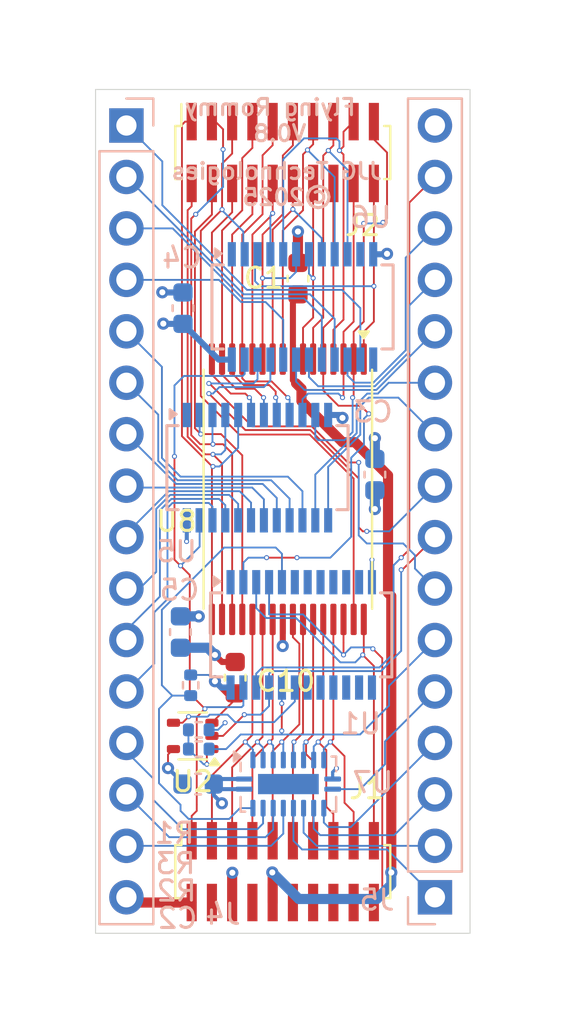
<source format=kicad_pcb>
(kicad_pcb (version 20240108) (generator "pcbnew") (generator_version "8.0")
  (layers (0 "F.Cu" signal) (1 "In1.Cu" signal) (2 "In2.Cu" signal) (31 "B.Cu" signal) (34 "B.Paste" user) (35 "F.Paste" user) (36 "B.SilkS" user "B.Silkscreen") (37 "F.SilkS" user "F.Silkscreen") (38 "B.Mask" user) (39 "F.Mask" user) (44 "Edge.Cuts" user))
  (net 0 "")
  (net 5 "/A2")
  (net 6 "/A0")
  (net 7 "/A5")
  (net 8 "/A9")
  (net 9 "/A11")
  (net 10 "/A8")
  (net 11 "/A7")
  (net 12 "/A3")
  (net 13 "/A13")
  (net 14 "/A4")
  (net 15 "/A6")
  (net 16 "/A10")
  (net 17 "/A1")
  (net 18 "/A12")
  (net 19 "/A18")
  (net 20 "/A14")
  (net 21 "/A16")
  (net 22 "/A15")
  (net 23 "/A17")
  (net 24 "/D5")
  (net 25 "/D7")
  (net 26 "/D3")
  (net 27 "/D1")
  (net 28 "/D0")
  (net 29 "/D6")
  (net 30 "/D4")
  (net 31 "/D2")
  (net 32 "/~{CE}")
  (net 33 "/~{FL_WE}")
  (net 34 "/~{OE}")
  (net 48 "/3v3-A10")
  (net 49 "/3v3-A5")
  (net 50 "/3v3-A3")
  (net 51 "/3v3-A14")
  (net 52 "/3v3-A8")
  (net 53 "/3v3-A18")
  (net 54 "/3v3-A12")
  (net 55 "/3v3-A16")
  (net 56 "/3v3-A17")
  (net 57 "/3v3-A0")
  (net 58 "/3v3-A4")
  (net 59 "/3v3-A11")
  (net 60 "/3v3-A15")
  (net 61 "/3v3-A7")
  (net 62 "/3v3-A9")
  (net 63 "/3v3-A6")
  (net 64 "/3v3-A13")
  (net 65 "/3v3-A1")
  (net 66 "/3v3-A2")
  (net 67 "/~{3v3-BusConnect}")
  (net 68 "/~{3v3-OE}")
  (net 69 "/3v3-D7")
  (net 70 "/3v3-D3")
  (net 71 "/3v3-D4")
  (net 72 "/3v3-D0")
  (net 73 "/~{3v3-FL_WE}")
  (net 74 "/3v3-D6")
  (net 75 "/3v3-D2")
  (net 76 "/~{3v3-CE}")
  (net 77 "/3v3-D1")
  (net 78 "/3v3-D5")
  (net 80 "/3v3")
  (net 81 "/5v")
  (net 82 "/GND")
  (net 88 "unconnected-(J1-Pin_4-Pad4)")
  (net 89 "Net-(R2-Pad1)")
  (net 90 "Net-(U1-A4)")
  (net 91 "Net-(U1-B4)")
  (footprint "JJGTechnologies_Footprint_Library:PinSocket_2x10_P1.00mm_Vertical_SMD" (layer "F.Cu") (at 152.25 120.4 90)
    (property "Reference" "J1")
    (property "Value" "Conn_01x20_Socket")
  )
  (footprint "JJGTechnologies_Footprint_Library:PinSocket_2x10_P1.00mm_Vertical_SMD" (layer "F.Cu") (at 152.25 84.9 90)
    (property "Reference" "J2")
    (property "Value" "Conn_01x20_Socket")
  )
  (footprint "Package_TO_SOT_SMD:SOT-353_SC-70-5" (layer "F.Cu") (at 147.8 113.7 180)
    (property "Reference" "U2")
    (property "Value" "74AHC1G32")
  )
  (footprint "Capacitor_SMD:C_0603_1608Metric" (layer "F.Cu") (at 153 91.125 90)
    (property "Reference" "C1")
    (property "Value" "100n")
  )
  (footprint "Capacitor_SMD:C_0603_1608Metric" (layer "F.Cu") (at 149.9 110.825 -90)
    (property "Reference" "C10")
    (property "Value" "100n")
  )
  (footprint "Package_SO:TSOP-I-32_11.8x8mm_P0.5mm" (layer "F.Cu") (at 152.5004 101.5226 -90)
    (property "Reference" "U8")
    (property "Value" "IS62WV5128EBLL-45HLI")
  )
  (footprint "Resistor_SMD:R_0402_1005Metric" (layer "B.Cu") (at 148.1 113.4)
    (property "Reference" "R3")
    (property "Value" "DNP")
  )
  (footprint "Package_SO:SSOP-24_3.9x8.7mm_P0.635mm" (layer "B.Cu") (at 153.2255 92.523 -90)
    (property "Reference" "U6")
    (property "Value" "74CBTD3861")
  )
  (footprint "Resistor_SMD:R_0402_1005Metric" (layer "B.Cu") (at 148.1 114.35)
    (property "Reference" "R2")
    (property "Value" "0ohm")
  )
  (footprint "Capacitor_SMD:C_0603_1608Metric" (layer "B.Cu") (at 148.069 116.078 180)
    (property "Reference" "C2")
    (property "Value" "100n")
  )
  (footprint "Package_SO:SSOP-24_3.9x8.7mm_P0.635mm" (layer "B.Cu") (at 151 100.457 -90)
    (property "Reference" "U5")
    (property "Value" "74CBTD3861")
  )
  (footprint "Connector_PinHeader_2.54mm:PinHeader_1x16_P2.54mm_Vertical" (layer "B.Cu") (at 159.766 121.666)
    (property "Reference" "J5")
    (property "Value" "Conn_01x16_Pin")
  )
  (footprint "Package_DFN_QFN:DHVQFN-20-1EP_2.5x4.5mm_P0.5mm_EP1x3mm" (layer "B.Cu") (at 152.527 116.078 -90)
    (property "Reference" "U7")
    (property "Value" "74VHCT245")
  )
  (footprint "Package_SO:SSOP-24_3.9x8.7mm_P0.635mm" (layer "B.Cu") (at 153.162 108.712 -90)
    (property "Reference" "U1")
    (property "Value" "74CBTD3861")
  )
  (footprint "Capacitor_SMD:C_0603_1608Metric" (layer "B.Cu") (at 147.193 108.572 -90)
    (property "Reference" "C5")
    (property "Value" "100n")
  )
  (footprint "Capacitor_SMD:C_0603_1608Metric" (layer "B.Cu") (at 156.8 100.8 90)
    (property "Reference" "C3")
    (property "Value" "100n")
  )
  (footprint "Resistor_SMD:R_0402_1005Metric" (layer "B.Cu") (at 147.7 111.2 90)
    (property "Reference" "R1")
    (property "Value" "20k")
  )
  (footprint "Capacitor_SMD:C_0603_1608Metric" (layer "B.Cu") (at 147.32 92.583 90)
    (property "Reference" "C4")
    (property "Value" "100n")
  )
  (footprint "Connector_PinHeader_2.54mm:PinHeader_1x16_P2.54mm_Vertical" (layer "B.Cu") (at 144.526 83.566 180)
    (property "Reference" "J4")
    (property "Value" "Conn_01x16_Pin")
  )
  (gr_line (start 161.5 123.444) (end 143.002 123.444) (stroke (width 0.05)) (layer "Edge.Cuts"))
  (gr_line (start 161.5 81.788) (end 161.5 123.444) (stroke (width 0.05)) (layer "Edge.Cuts"))
  (gr_line (start 143.002 81.788) (end 161.5 81.788) (stroke (width 0.05)) (layer "Edge.Cuts"))
  (gr_line (start 143.002 123.444) (end 143.002 81.788) (stroke (width 0.05)) (layer "Edge.Cuts"))
  (gr_text "Flying Rommy\n    V0.8" (at 155.930915 84.423766 0) (layer "B.SilkS") (effects (font (size 0.8 0.8) (thickness 0.15) (bold yes)) (justify left bottom mirror)))
  (gr_text "JJG Technologies \n    ©2025" (at 157.226 87.5792 0) (layer "B.SilkS") (effects (font (size 0.8 0.8)) (justify left bottom mirror)))
  (segment (start 150.0475 102.2475) (end 149.6 101.8) (width 0.09) (layer "B.Cu") (net 5))
  (segment (start 149.6 101.8) (end 146.690884 101.8) (width 0.09) (layer "B.Cu") (net 5))
  (segment (start 146.690884 101.8) (end 146 102.490884) (width 0.09) (layer "B.Cu") (net 5))
  (segment (start 146 102.490884) (end 146 105.6) (width 0.09) (layer "B.Cu") (net 5))
  (segment (start 150.0475 103.057) (end 150.0475 102.2475) (width 0.09) (layer "B.Cu") (net 5))
  (segment (start 146 105.6) (end 145.174 106.426) (width 0.09) (layer "B.Cu") (net 5))
  (segment (start 145.174 106.426) (end 144.526 106.426) (width 0.09) (layer "B.Cu") (net 5))
  (segment (start 145.9 110.132) (end 144.526 111.506) (width 0.09) (layer "B.Cu") (net 6))
  (segment (start 146.554558 102.445442) (end 146.554558 106.945442) (width 0.09) (layer "B.Cu") (net 6))
  (segment (start 148.7775 102.3775) (end 148.6 102.2) (width 0.09) (layer "B.Cu") (net 6))
  (segment (start 148.7775 103.057) (end 148.7775 102.3775) (width 0.09) (layer "B.Cu") (net 6))
  (segment (start 146.554558 106.945442) (end 145.9 107.6) (width 0.09) (layer "B.Cu") (net 6))
  (segment (start 146.8 102.2) (end 146.554558 102.445442) (width 0.09) (layer "B.Cu") (net 6))
  (segment (start 145.9 107.6) (end 145.9 110.132) (width 0.09) (layer "B.Cu") (net 6))
  (segment (start 148.6 102.2) (end 146.8 102.2) (width 0.09) (layer "B.Cu") (net 6))
  (segment (start 151.26 101.26) (end 146.98 101.26) (width 0.09) (layer "B.Cu") (net 7))
  (segment (start 146.98 101.26) (end 144.526 98.806) (width 0.09) (layer "B.Cu") (net 7))
  (segment (start 151.9525 101.9525) (end 151.26 101.26) (width 0.09) (layer "B.Cu") (net 7))
  (segment (start 151.9525 103.057) (end 151.9525 101.9525) (width 0.09) (layer "B.Cu") (net 7))
  (segment (start 156.08 97.42) (end 156.5 97) (width 0.09) (layer "B.Cu") (net 8))
  (segment (start 157.96 97) (end 159.766 98.806) (width 0.09) (layer "B.Cu") (net 8))
  (segment (start 156.08 98.829116) (end 156.08 97.42) (width 0.09) (layer "B.Cu") (net 8))
  (segment (start 156.5 97) (end 157.96 97) (width 0.09) (layer "B.Cu") (net 8))
  (segment (start 154.4925 100.416616) (end 156.08 98.829116) (width 0.09) (layer "B.Cu") (net 8))
  (segment (start 154.4925 103.057) (end 154.4925 100.416616) (width 0.09) (layer "B.Cu") (net 8))
  (segment (start 156 103.4) (end 156.2 103.6) (width 0.09) (layer "F.Cu") (net 9))
  (segment (start 153.609116 98.6) (end 156 100.990884) (width 0.09) (layer "F.Cu") (net 9))
  (segment (start 156.2 103.6) (end 156.4 103.6) (width 0.09) (layer "F.Cu") (net 9))
  (segment (start 153.609116 98.6) (end 150.4 98.6) (width 0.09) (layer "F.Cu") (net 9))
  (segment (start 156 100.990884) (end 156 103.4) (width 0.09) (layer "F.Cu") (net 9))
  (segment (start 150.4 98.6) (end 148.6 96.8) (width 0.09) (layer "F.Cu") (net 9))
  (via (at 156.4 103.6) (size 0.25) (drill 0.15) (layers "F.Cu" "B.Cu") (net 9))
  (via (at 148.6 96.8) (size 0.25) (drill 0.15) (layers "F.Cu" "B.Cu") (net 9))
  (segment (start 157.512 103.6) (end 159.766 101.346) (width 0.09) (layer "B.Cu") (net 9))
  (segment (start 151.638 96.162) (end 151.32 96.48) (width 0.09) (layer "B.Cu") (net 9))
  (segment (start 149.12 96.48) (end 148.8 96.8) (width 0.09) (layer "B.Cu") (net 9))
  (segment (start 151.638 95.123) (end 151.638 96.162) (width 0.09) (layer "B.Cu") (net 9))
  (segment (start 148.8 96.8) (end 148.6 96.8) (width 0.09) (layer "B.Cu") (net 9))
  (segment (start 156.4 103.6) (end 157.512 103.6) (width 0.09) (layer "B.Cu") (net 9))
  (segment (start 151.32 96.48) (end 149.12 96.48) (width 0.09) (layer "B.Cu") (net 9))
  (segment (start 156.42326 96.8) (end 156.946558 96.8) (width 0.09) (layer "B.Cu") (net 10))
  (segment (start 156.946558 96.8) (end 157.480558 96.266) (width 0.09) (layer "B.Cu") (net 10))
  (segment (start 155.9 97.32326) (end 156.42326 96.8) (width 0.09) (layer "B.Cu") (net 10))
  (segment (start 153.8575 103.057) (end 153.8575 100.797058) (width 0.09) (layer "B.Cu") (net 10))
  (segment (start 153.8575 100.797058) (end 155.9 98.754558) (width 0.09) (layer "B.Cu") (net 10))
  (segment (start 157.480558 96.266) (end 159.766 96.266) (width 0.09) (layer "B.Cu") (net 10))
  (segment (start 155.9 98.754558) (end 155.9 97.32326) (width 0.09) (layer "B.Cu") (net 10))
  (segment (start 146.28 99.98) (end 146.28 95.48) (width 0.09) (layer "B.Cu") (net 11))
  (segment (start 147.2 100.9) (end 146.28 99.98) (width 0.09) (layer "B.Cu") (net 11))
  (segment (start 153.2225 103.057) (end 153.2225 101.6225) (width 0.09) (layer "B.Cu") (net 11))
  (segment (start 152.5 100.9) (end 147.2 100.9) (width 0.09) (layer "B.Cu") (net 11))
  (segment (start 153.2225 101.6225) (end 152.5 100.9) (width 0.09) (layer "B.Cu") (net 11))
  (segment (start 146.28 95.48) (end 144.526 93.726) (width 0.09) (layer "B.Cu") (net 11))
  (segment (start 150.6825 102.1825) (end 150.120001 101.620001) (width 0.09) (layer "B.Cu") (net 12))
  (segment (start 149.674559 101.620001) (end 149.674558 101.62) (width 0.09) (layer "B.Cu") (net 12))
  (segment (start 144.526 103.886) (end 144.526 103.419442) (width 0.09) (layer "B.Cu") (net 12))
  (segment (start 150.6825 103.057) (end 150.6825 102.1825) (width 0.09) (layer "B.Cu") (net 12))
  (segment (start 144.526 103.710326) (end 144.526 103.886) (width 0.09) (layer "B.Cu") (net 12))
  (segment (start 149.674558 101.62) (end 147.679999 101.620001) (width 0.09) (layer "B.Cu") (net 12))
  (segment (start 147.679999 101.620001) (end 146.616325 101.620001) (width 0.09) (layer "B.Cu") (net 12))
  (segment (start 150.7 103.0395) (end 150.6825 103.057) (width 0.09) (layer "B.Cu") (net 12))
  (segment (start 146.616325 101.620001) (end 144.526 103.710326) (width 0.09) (layer "B.Cu") (net 12))
  (segment (start 150.120001 101.620001) (end 149.674559 101.620001) (width 0.09) (layer "B.Cu") (net 12))
  (segment (start 152.908 96.208) (end 152.908 95.123) (width 0.09) (layer "B.Cu") (net 13))
  (segment (start 153.32 96.62) (end 152.908 96.208) (width 0.09) (layer "B.Cu") (net 13))
  (segment (start 159.766 93.726) (end 156.872 96.62) (width 0.09) (layer "B.Cu") (net 13))
  (segment (start 156.872 96.62) (end 153.32 96.62) (width 0.09) (layer "B.Cu") (net 13))
  (segment (start 144.526 101.346) (end 144.832 101.04) (width 0.09) (layer "B.Cu") (net 14))
  (segment (start 151.3175 102.0175) (end 150.74 101.44) (width 0.09) (layer "B.Cu") (net 14))
  (segment (start 149.749116 101.44) (end 147.959999 101.440001) (width 0.09) (layer "B.Cu") (net 14))
  (segment (start 150.74 101.44) (end 149.749116 101.44) (width 0.09) (layer "B.Cu") (net 14))
  (segment (start 144.620001 101.440001) (end 144.526 101.346) (width 0.09) (layer "B.Cu") (net 14))
  (segment (start 147.959999 101.440001) (end 144.620001 101.440001) (width 0.09) (layer "B.Cu") (net 14))
  (segment (start 151.3175 103.057) (end 151.3175 102.0175) (width 0.09) (layer "B.Cu") (net 14))
  (segment (start 147.054558 101.08) (end 146.1 100.125442) (width 0.09) (layer "B.Cu") (net 15))
  (segment (start 146.1 97.84) (end 144.526 96.266) (width 0.09) (layer "B.Cu") (net 15))
  (segment (start 152.5875 101.9875) (end 151.680001 101.080001) (width 0.09) (layer "B.Cu") (net 15))
  (segment (start 151.680001 101.080001) (end 151.334558 101.08) (width 0.09) (layer "B.Cu") (net 15))
  (segment (start 152.5875 103.057) (end 152.5875 101.9875) (width 0.09) (layer "B.Cu") (net 15))
  (segment (start 151.334558 101.08) (end 147.054558 101.08) (width 0.09) (layer "B.Cu") (net 15))
  (segment (start 146.1 100.125442) (end 146.1 97.84) (width 0.09) (layer "B.Cu") (net 15))
  (segment (start 150.74326 98.42) (end 148.62326 96.3) (width 0.09) (layer "F.Cu") (net 16))
  (segment (start 155.463674 100.2) (end 153.683674 98.42) (width 0.09) (layer "F.Cu") (net 16))
  (segment (start 148.62326 96.3) (end 148.6 96.3) (width 0.09) (layer "F.Cu") (net 16))
  (segment (start 153.683674 98.42) (end 150.74326 98.42) (width 0.09) (layer "F.Cu") (net 16))
  (segment (start 156 100.2) (end 155.463674 100.2) (width 0.09) (layer "F.Cu") (net 16))
  (via (at 148.6 96.3) (size 0.25) (drill 0.15) (layers "F.Cu" "B.Cu") (net 16))
  (via (at 156 100.2) (size 0.25) (drill 0.15) (layers "F.Cu" "B.Cu") (net 16))
  (segment (start 156.4 104.2) (end 156 103.8) (width 0.09) (layer "B.Cu") (net 16))
  (segment (start 151.003 96.097) (end 150.8 96.3) (width 0.09) (layer "B.Cu") (net 16))
  (segment (start 158.781 104.781) (end 158.2 104.2) (width 0.09) (layer "B.Cu") (net 16))
  (segment (start 158.2 104.2) (end 156.4 104.2) (width 0.09) (layer "B.Cu") (net 16))
  (segment (start 159.766 106.426) (end 158.781 105.441) (width 0.09) (layer "B.Cu") (net 16))
  (segment (start 158.781 105.441) (end 158.781 104.781) (width 0.09) (layer "B.Cu") (net 16))
  (segment (start 156 103.8) (end 156 100.2) (width 0.09) (layer "B.Cu") (net 16))
  (segment (start 151.003 95.123) (end 151.003 96.097) (width 0.09) (layer "B.Cu") (net 16))
  (segment (start 150.8 96.3) (end 148.6 96.3) (width 0.09) (layer "B.Cu") (net 16))
  (segment (start 144.526 108.474) (end 144.526 108.966) (width 0.09) (layer "B.Cu") (net 17))
  (segment (start 146.745442 102) (end 146.18 102.565442) (width 0.09) (layer "B.Cu") (net 17))
  (segment (start 149.1 102) (end 146.745442 102) (width 0.09) (layer "B.Cu") (net 17))
  (segment (start 149.4125 102.3125) (end 149.1 102) (width 0.09) (layer "B.Cu") (net 17))
  (segment (start 149.4125 103.057) (end 149.4125 102.3125) (width 0.09) (layer "B.Cu") (net 17))
  (segment (start 146.18 106.82) (end 144.526 108.474) (width 0.09) (layer "B.Cu") (net 17))
  (segment (start 146.18 102.565442) (end 146.18 106.82) (width 0.09) (layer "B.Cu") (net 17))
  (segment (start 144.526 108.374) (end 144.526 108.966) (width 0.09) (layer "B.Cu") (net 17))
  (segment (start 151.4 92.28) (end 152.273 93.153) (width 0.09) (layer "B.Cu") (net 18))
  (segment (start 144.526 91.186) (end 149.096884 91.186) (width 0.09) (layer "B.Cu") (net 18))
  (segment (start 152.273 93.153) (end 152.273 95.123) (width 0.09) (layer "B.Cu") (net 18))
  (segment (start 149.096884 91.186) (end 150.190884 92.28) (width 0.09) (layer "B.Cu") (net 18))
  (segment (start 150.190884 92.28) (end 151.4 92.28) (width 0.09) (layer "B.Cu") (net 18))
  (segment (start 155.18 91.68) (end 150.48 91.68) (width 0.09) (layer "B.Cu") (net 19))
  (segment (start 156.083 92.583) (end 155.18 91.68) (width 0.09) (layer "B.Cu") (net 19))
  (segment (start 146.3 87.5) (end 146.3 85.34) (width 0.09) (layer "B.Cu") (net 19))
  (segment (start 146.3 85.34) (end 144.526 83.566) (width 0.09) (layer "B.Cu") (net 19))
  (segment (start 150.48 91.68) (end 146.3 87.5) (width 0.09) (layer "B.Cu") (net 19))
  (segment (start 156.083 95.123) (end 156.083 92.583) (width 0.09) (layer "B.Cu") (net 19))
  (segment (start 158.5 92.452) (end 158.5 94.737442) (width 0.09) (layer "B.Cu") (net 20))
  (segment (start 154 96.44) (end 153.543 95.983) (width 0.09) (layer "B.Cu") (net 20))
  (segment (start 156.797442 96.44) (end 154 96.44) (width 0.09) (layer "B.Cu") (net 20))
  (segment (start 158.5 94.737442) (end 156.797442 96.44) (width 0.09) (layer "B.Cu") (net 20))
  (segment (start 159.766 91.186) (end 158.5 92.452) (width 0.09) (layer "B.Cu") (net 20))
  (segment (start 153.543 95.983) (end 153.543 95.123) (width 0.09) (layer "B.Cu") (net 20))
  (segment (start 150.32 91.9) (end 153.6 91.9) (width 0.09) (layer "B.Cu") (net 21))
  (segment (start 144.526 86.106) (end 150.32 91.9) (width 0.09) (layer "B.Cu") (net 21))
  (segment (start 153.6 91.9) (end 154.813 93.113) (width 0.09) (layer "B.Cu") (net 21))
  (segment (start 154.813 93.113) (end 154.813 95.123) (width 0.09) (layer "B.Cu") (net 21))
  (segment (start 150.265442 92.1) (end 153.3 92.1) (width 0.09) (layer "B.Cu") (net 22))
  (segment (start 144.526 88.646) (end 146.811442 88.646) (width 0.09) (layer "B.Cu") (net 22))
  (segment (start 146.811442 88.646) (end 150.265442 92.1) (width 0.09) (layer "B.Cu") (net 22))
  (segment (start 153.3 92.1) (end 154.178 92.978) (width 0.09) (layer "B.Cu") (net 22))
  (segment (start 154.178 92.978) (end 154.178 95.123) (width 0.09) (layer "B.Cu") (net 22))
  (segment (start 156.722884 96.26) (end 155.8 96.26) (width 0.09) (layer "B.Cu") (net 23))
  (segment (start 158.32 90.092) (end 158.32 94.662884) (width 0.09) (layer "B.Cu") (net 23))
  (segment (start 155.8 96.26) (end 155.448 95.908) (width 0.09) (layer "B.Cu") (net 23))
  (segment (start 158.32 94.662884) (end 156.722884 96.26) (width 0.09) (layer "B.Cu") (net 23))
  (segment (start 159.766 88.646) (end 158.32 90.092) (width 0.09) (layer "B.Cu") (net 23))
  (segment (start 155.448 95.908) (end 155.448 95.123) (width 0.09) (layer "B.Cu") (net 23))
  (segment (start 153.777 118.277) (end 153.777 117.2655) (width 0.09) (layer "B.Cu") (net 24))
  (segment (start 154.1 118.6) (end 153.777 118.277) (width 0.09) (layer "B.Cu") (net 24))
  (segment (start 157.752 118.6) (end 154.1 118.6) (width 0.09) (layer "B.Cu") (net 24))
  (segment (start 159.766 116.586) (end 157.752 118.6) (width 0.09) (layer "B.Cu") (net 24))
  (segment (start 157.3 113.972) (end 157.3 115.1) (width 0.09) (layer "B.Cu") (net 25))
  (segment (start 159.766 111.506) (end 157.3 113.972) (width 0.09) (layer "B.Cu") (net 25))
  (segment (start 156.072 116.328) (end 154.7145 116.328) (width 0.09) (layer "B.Cu") (net 25))
  (segment (start 157.3 115.1) (end 156.072 116.328) (width 0.09) (layer "B.Cu") (net 25))
  (segment (start 152.777 118.877) (end 152.777 117.2655) (width 0.09) (layer "B.Cu") (net 26))
  (segment (start 153.206 119.306) (end 152.777 118.877) (width 0.09) (layer "B.Cu") (net 26))
  (segment (start 157.406 119.306) (end 153.206 119.306) (width 0.09) (layer "B.Cu") (net 26))
  (segment (start 159.766 121.666) (end 157.406 119.306) (width 0.09) (layer "B.Cu") (net 26))
  (segment (start 146.64 118.7) (end 151.4 118.7) (width 0.09) (layer "B.Cu") (net 27))
  (segment (start 151.777 118.323) (end 151.777 117.2655) (width 0.09) (layer "B.Cu") (net 27))
  (segment (start 144.526 116.586) (end 146.64 118.7) (width 0.09) (layer "B.Cu") (net 27))
  (segment (start 151.4 118.7) (end 151.777 118.323) (width 0.09) (layer "B.Cu") (net 27))
  (segment (start 147.3 118.3) (end 151 118.3) (width 0.09) (layer "B.Cu") (net 28))
  (segment (start 144.526 114.046) (end 144.526 114.476) (width 0.09) (layer "B.Cu") (net 28))
  (segment (start 151.277 118.023) (end 151.277 117.2655) (width 0.09) (layer "B.Cu") (net 28))
  (segment (start 145.85 115.8) (end 145.85 116.85) (width 0.09) (layer "B.Cu") (net 28))
  (segment (start 145.85 116.85) (end 147.3 118.3) (width 0.09) (layer "B.Cu") (net 28))
  (segment (start 151 118.3) (end 151.277 118.023) (width 0.09) (layer "B.Cu") (net 28))
  (segment (start 144.526 114.476) (end 145.85 115.8) (width 0.09) (layer "B.Cu") (net 28))
  (segment (start 155.612 118.2) (end 154.5 118.2) (width 0.09) (layer "B.Cu") (net 29))
  (segment (start 154.277 117.977) (end 154.277 117.2655) (width 0.09) (layer "B.Cu") (net 29))
  (segment (start 159.766 114.046) (end 155.612 118.2) (width 0.09) (layer "B.Cu") (net 29))
  (segment (start 154.5 118.2) (end 154.277 117.977) (width 0.09) (layer "B.Cu") (net 29))
  (segment (start 153.277 118.477) (end 153.277 117.2655) (width 0.09) (layer "B.Cu") (net 30))
  (segment (start 159.766 119.126) (end 153.926 119.126) (width 0.09) (layer "B.Cu") (net 30))
  (segment (start 153.926 119.126) (end 153.277 118.477) (width 0.09) (layer "B.Cu") (net 30))
  (segment (start 144.526 119.126) (end 151.674 119.126) (width 0.09) (layer "B.Cu") (net 31))
  (segment (start 151.674 119.126) (end 152.277 118.523) (width 0.09) (layer "B.Cu") (net 31))
  (segment (start 152.277 118.523) (end 152.277 117.2655) (width 0.09) (layer "B.Cu") (net 31))
  (segment (start 152.2 113.45) (end 152.2 112.1) (width 0.09) (layer "F.Cu") (net 32))
  (via (at 152.2 113.45) (size 0.25) (drill 0.15) (layers "F.Cu" "B.Cu") (net 32))
  (via (at 152.2 112.1) (size 0.25) (drill 0.15) (layers "F.Cu" "B.Cu") (net 32))
  (segment (start 152.2095 110.912) (end 152.2 110.9025) (width 0.09) (layer "B.Cu") (net 32))
  (segment (start 148.61 114.35) (end 149.45 114.35) (width 0.09) (layer "B.Cu") (net 32))
  (segment (start 152.2 113.63) (end 152.2 113.45) (width 0.09) (layer "B.Cu") (net 32))
  (segment (start 159.766 108.966) (end 157.5 111.232) (width 0.09) (layer "B.Cu") (net 32))
  (segment (start 157.5 111.232) (end 157.5 112.2) (width 0.09) (layer "B.Cu") (net 32))
  (segment (start 149.45 114.35) (end 150.17 113.63) (width 0.09) (layer "B.Cu") (net 32))
  (segment (start 156.07 113.63) (end 152.2095 113.63) (width 0.09) (layer "B.Cu") (net 32))
  (segment (start 157.5 112.2) (end 156.07 113.63) (width 0.09) (layer "B.Cu") (net 32))
  (segment (start 152.2 112.1) (end 152.2 111.3215) (width 0.09) (layer "B.Cu") (net 32))
  (segment (start 150.17 113.63) (end 152.2 113.63) (width 0.09) (layer "B.Cu") (net 32))
  (segment (start 152.2 113.63) (end 152.2095 113.63) (width 0.09) (layer "B.Cu") (net 32))
  (segment (start 152.2095 111.312) (end 152.2095 110.912) (width 0.09) (layer "B.Cu") (net 32))
  (segment (start 152.2 111.3215) (end 152.2095 111.312) (width 0.09) (layer "B.Cu") (net 32))
  (segment (start 158.5 87.372) (end 159.766 86.106) (width 0.09) (layer "F.Cu") (net 33))
  (segment (start 158.5 104.5) (end 158.5 87.372) (width 0.09) (layer "F.Cu") (net 33))
  (segment (start 158.1 104.9) (end 158.5 104.5) (width 0.09) (layer "F.Cu") (net 33))
  (via (at 158.1 104.9) (size 0.25) (drill 0.15) (layers "F.Cu" "B.Cu") (net 33))
  (segment (start 151.241499 110.320001) (end 151.625441 110.320001) (width 0.09) (layer "B.Cu") (net 33))
  (segment (start 151.625441 110.320001) (end 151.625442 110.32) (width 0.09) (layer "B.Cu") (net 33))
  (segment (start 157.722721 109.622721) (end 157.722721 105.277279) (width 0.09) (layer "B.Cu") (net 33))
  (segment (start 151.625442 110.32) (end 156.720001 110.320001) (width 0.09) (layer "B.Cu") (net 33))
  (segment (start 156.720001 110.320001) (end 157.025441 110.320001) (width 0.09) (layer "B.Cu") (net 33))
  (segment (start 157.722721 105.277279) (end 158.1 104.9) (width 0.09) (layer "B.Cu") (net 33))
  (segment (start 150.9395 110.622) (end 151.241499 110.320001) (width 0.09) (layer "B.Cu") (net 33))
  (segment (start 150.9395 111.312) (end 150.9395 110.622) (width 0.09) (layer "B.Cu") (net 33))
  (segment (start 157.025441 110.320001) (end 157.722721 109.622721) (width 0.09) (layer "B.Cu") (net 33))
  (segment (start 149.3 113.7) (end 150.35 112.65) (width 0.09) (layer "F.Cu") (net 34))
  (segment (start 148.75 113.7) (end 149.3 113.7) (width 0.09) (layer "F.Cu") (net 34))
  (segment (start 159.766 103.886) (end 158.152 105.5) (width 0.09) (layer "F.Cu") (net 34))
  (segment (start 158.152 105.5) (end 158.1 105.5) (width 0.09) (layer "F.Cu") (net 34))
  (via (at 158.1 105.5) (size 0.25) (drill 0.15) (layers "F.Cu" "B.Cu") (net 34))
  (via (at 150.35 112.65) (size 0.25) (drill 0.15) (layers "F.Cu" "B.Cu") (net 34))
  (segment (start 151.7 110.5) (end 157.1 110.5) (width 0.09) (layer "B.Cu") (net 34))
  (segment (start 151.15 112.65) (end 151.5745 112.2255) (width 0.09) (layer "B.Cu") (net 34))
  (segment (start 150.35 112.65) (end 151.15 112.65) (width 0.09) (layer "B.Cu") (net 34))
  (segment (start 158.1 109.5) (end 158.1 105.5) (width 0.09) (layer "B.Cu") (net 34))
  (segment (start 151.5745 111.312) (end 151.5745 110.6255) (width 0.09) (layer "B.Cu") (net 34))
  (segment (start 157.1 110.5) (end 158.1 109.5) (width 0.09) (layer "B.Cu") (net 34))
  (segment (start 151.5745 112.2255) (end 151.5745 111.312) (width 0.09) (layer "B.Cu") (net 34))
  (segment (start 151.5745 110.6255) (end 151.7 110.5) (width 0.09) (layer "B.Cu") (net 34))
  (segment (start 149.75 83.375) (end 149.75 84.95) (width 0.09) (layer "F.Cu") (net 48))
  (segment (start 153.577279 98.822721) (end 150.099461 98.822721) (width 0.09) (layer "F.Cu") (net 48))
  (segment (start 148.2 96.92326) (end 148.2 88.767035) (width 0.09) (layer "F.Cu") (net 48))
  (segment (start 149.75 84.95) (end 149.251662 85.448338) (width 0.09) (layer "F.Cu") (net 48))
  (segment (start 153.577279 98.822721) (end 155.7504 100.995842) (width 0.09) (layer "F.Cu") (net 48))
  (segment (start 149.251662 85.448338) (end 149.251662 87.715373) (width 0.09) (layer "F.Cu") (net 48))
  (segment (start 149.251662 87.715373) (end 148.2 88.767035) (width 0.09) (layer "F.Cu") (net 48))
  (segment (start 150.099461 98.822721) (end 148.2 96.92326) (width 0.09) (layer "F.Cu") (net 48))
  (segment (start 155.7504 100.995842) (end 155.7504 107.9476) (width 0.09) (layer "F.Cu") (net 48))
  (via (at 149.251662 87.715373) (size 0.25) (drill 0.15) (layers "F.Cu" "B.Cu") (net 48))
  (segment (start 150.368 89.523) (end 150.3 89.455) (width 0.09) (layer "B.Cu") (net 48))
  (segment (start 150.3 88.8) (end 149.251662 87.751662) (width 0.09) (layer "B.Cu") (net 48))
  (segment (start 150.368 89.923) (end 150.368 89.523) (width 0.09) (layer "B.Cu") (net 48))
  (segment (start 149.251662 87.751662) (end 149.251662 87.715373) (width 0.09) (layer "B.Cu") (net 48))
  (segment (start 150.3 89.455) (end 150.3 88.8) (width 0.09) (layer "B.Cu") (net 48))
  (segment (start 149.937801 96.56) (end 150.86 96.56) (width 0.09) (layer "F.Cu") (net 49))
  (segment (start 150.247578 85.172944) (end 150.75 84.670522) (width 0.09) (layer "F.Cu") (net 49))
  (segment (start 149.937801 96.56) (end 149.2504 95.872599) (width 0.09) (layer "F.Cu") (net 49))
  (segment (start 149.2504 88.7496) (end 150.247578 87.752422) (width 0.09) (layer "F.Cu") (net 49))
  (segment (start 150.247578 87.752422) (end 150.247578 85.172944) (width 0.09) (layer "F.Cu") (net 49))
  (segment (start 149.2504 95.872599) (end 149.2504 95.0976) (width 0.09) (layer "F.Cu") (net 49))
  (segment (start 149.2504 95.0976) (end 149.2504 88.7496) (width 0.09) (layer "F.Cu") (net 49))
  (segment (start 150.75 84.670522) (end 150.75 83.25) (width 0.09) (layer "F.Cu") (net 49))
  (segment (start 150.86 96.56) (end 151.3 97) (width 0.09) (layer "F.Cu") (net 49))
  (via (at 151.3 97) (size 0.25) (drill 0.15) (layers "F.Cu" "B.Cu") (net 49))
  (segment (start 151.3175 97.0175) (end 151.3 97) (width 0.09) (layer "B.Cu") (net 49))
  (segment (start 151.3175 97.857) (end 151.3175 97.0175) (width 0.09) (layer "B.Cu") (net 49))
  (segment (start 148.8 100.4) (end 148.767624 100.4) (width 0.09) (layer "F.Cu") (net 50))
  (segment (start 148.767624 100.4) (end 147.27 98.902376) (width 0.09) (layer "F.Cu") (net 50))
  (segment (start 148.7504 101.49054) (end 148.7504 100.4496) (width 0.09) (layer "F.Cu") (net 50))
  (segment (start 148.7504 107.9476) (end 148.7504 101.49054) (width 0.09) (layer "F.Cu") (net 50))
  (segment (start 148.7504 100.4496) (end 148.8 100.4) (width 0.09) (layer "F.Cu") (net 50))
  (segment (start 147.27 83.53) (end 147.425 83.375) (width 0.09) (layer "F.Cu") (net 50))
  (segment (start 147.27 98.902376) (end 147.27 83.53) (width 0.09) (layer "F.Cu") (net 50))
  (segment (start 147.425 83.375) (end 147.75 83.375) (width 0.09) (layer "F.Cu") (net 50))
  (via (at 148.8 100.4) (size 0.25) (drill 0.15) (layers "F.Cu" "B.Cu") (net 50))
  (segment (start 149.12326 100.4) (end 150.0475 99.47576) (width 0.09) (layer "B.Cu") (net 50))
  (segment (start 148.8 100.4) (end 149.12326 100.4) (width 0.09) (layer "B.Cu") (net 50))
  (segment (start 150.0475 99.47576) (end 150.0475 97.857) (width 0.09) (layer "B.Cu") (net 50))
  (segment (start 152.75 84.548918) (end 152.75 83.25) (width 0.09) (layer "F.Cu") (net 51))
  (segment (start 152.251817 85.047101) (end 152.75 84.548918) (width 0.09) (layer "F.Cu") (net 51))
  (segment (start 151.2504 95.0976) (end 151.2504 91.1) (width 0.09) (layer "F.Cu") (net 51))
  (segment (start 151.2504 91.1) (end 151.2504 88.9496) (width 0.09) (layer "F.Cu") (net 51))
  (segment (start 152.251817 87.948183) (end 152.251817 85.047101) (width 0.09) (layer "F.Cu") (net 51))
  (segment (start 151.2504 88.9496) (end 152.251817 87.948183) (width 0.09) (layer "F.Cu") (net 51))
  (via (at 151.2504 91.1) (size 0.25) (drill 0.15) (layers "F.Cu" "B.Cu") (net 51))
  (segment (start 151.2504 91.1) (end 152.6 91.1) (width 0.09) (layer "B.Cu") (net 51))
  (segment (start 152.908 90.792) (end 152.908 89.923) (width 0.09) (layer "B.Cu") (net 51))
  (segment (start 152.6 91.1) (end 152.908 90.792) (width 0.09) (layer "B.Cu") (net 51))
  (segment (start 155.2504 93.7496) (end 155.2504 95.0976) (width 0.09) (layer "F.Cu") (net 52))
  (segment (start 155.75 93.25) (end 155.2504 93.7496) (width 0.09) (layer "F.Cu") (net 52))
  (segment (start 155.2504 96.9496) (end 155.2504 95.0976) (width 0.09) (layer "F.Cu") (net 52))
  (segment (start 155.75 86.55) (end 155.75 93.25) (width 0.09) (layer "F.Cu") (net 52))
  (segment (start 155.2 97) (end 155.2504 96.9496) (width 0.09) (layer "F.Cu") (net 52))
  (via (at 155.2 97) (size 0.25) (drill 0.15) (layers "F.Cu" "B.Cu") (net 52))
  (segment (start 153.5 96.8) (end 153.2225 97.0775) (width 0.09) (layer "B.Cu") (net 52))
  (segment (start 153.5 96.8) (end 155 96.8) (width 0.09) (layer "B.Cu") (net 52))
  (segment (start 153.2225 97.0775) (end 153.2225 97.857) (width 0.09) (layer "B.Cu") (net 52))
  (segment (start 155 96.8) (end 155.2 97) (width 0.09) (layer "B.Cu") (net 52))
  (segment (start 154.75 83.25) (end 154.75 84.55) (width 0.09) (layer "F.Cu") (net 53))
  (segment (start 153.7504 93.5496) (end 153.7504 95.0976) (width 0.09) (layer "F.Cu") (net 53))
  (segment (start 154.248445 85.051555) (end 154.248445 93.051555) (width 0.09) (layer "F.Cu") (net 53))
  (segment (start 154.5 84.8) (end 154.248445 85.051555) (width 0.09) (layer "F.Cu") (net 53))
  (segment (start 154.248445 93.051555) (end 153.7504 93.5496) (width 0.09) (layer "F.Cu") (net 53))
  (segment (start 154.75 84.55) (end 154.5 84.8) (width 0.09) (layer "F.Cu") (net 53))
  (via (at 154.5 84.8) (size 0.25) (drill 0.15) (layers "F.Cu" "B.Cu") (net 53))
  (segment (start 155.448 85.748) (end 154.5 84.8) (width 0.09) (layer "B.Cu") (net 53))
  (segment (start 155.448 89.923) (end 155.448 85.748) (width 0.09) (layer "B.Cu") (net 53))
  (segment (start 150.7504 89) (end 150.7504 88.9496) (width 0.09) (layer "F.Cu") (net 54))
  (segment (start 150.7504 88.9496) (end 151.75 87.95) (width 0.09) (layer "F.Cu") (net 54))
  (segment (start 150.7504 95.0976) (end 150.7504 89) (width 0.09) (layer "F.Cu") (net 54))
  (segment (start 151.75 87.95) (end 151.75 86.55) (width 0.09) (layer "F.Cu") (net 54))
  (via (at 151.75 87.9) (size 0.25) (drill 0.15) (layers "F.Cu" "B.Cu") (net 54))
  (segment (start 151.638 89.923) (end 151.638 88.012) (width 0.09) (layer "B.Cu") (net 54))
  (segment (start 151.638 88.012) (end 151.75 87.9) (width 0.09) (layer "B.Cu") (net 54))
  (segment (start 151.7504 95.0976) (end 151.7504 88.704158) (width 0.09) (layer "F.Cu") (net 55))
  (segment (start 152.75 87.704558) (end 152.75 86.55) (width 0.09) (layer "F.Cu") (net 55))
  (segment (start 151.7504 88.704158) (end 152.75 87.704558) (width 0.09) (layer "F.Cu") (net 55))
  (via (at 152.75 87.704558) (size 0.25) (drill 0.15) (layers "F.Cu" "B.Cu") (net 55))
  (segment (start 154.178 89.923) (end 154.178 89.132558) (width 0.09) (layer "B.Cu") (net 55))
  (segment (start 154.178 89.132558) (end 152.75 87.704558) (width 0.09) (layer "B.Cu") (net 55))
  (segment (start 153.249947 87.750053) (end 153.249947 84.993435) (width 0.09) (layer "F.Cu") (net 56))
  (segment (start 153.249947 84.993435) (end 153.471691 84.771691) (width 0.09) (layer "F.Cu") (net 56))
  (segment (start 153.471691 84.771691) (end 153.75 84.493382) (width 0.09) (layer "F.Cu") (net 56))
  (segment (start 152.2504 88.7496) (end 153.249947 87.750053) (width 0.09) (layer "F.Cu") (net 56))
  (segment (start 153.75 84.493382) (end 153.75 83.25) (width 0.09) (layer "F.Cu") (net 56))
  (segment (start 152.2504 95.0976) (end 152.2504 88.7496) (width 0.09) (layer "F.Cu") (net 56))
  (via (at 153.471691 84.771691) (size 0.25) (drill 0.15) (layers "F.Cu" "B.Cu") (net 56))
  (segment (start 154.813 86.113) (end 153.471691 84.771691) (width 0.09) (layer "B.Cu") (net 56))
  (segment (start 154.813 89.923) (end 154.813 86.113) (width 0.09) (layer "B.Cu") (net 56))
  (segment (start 148.75 87.962477) (end 147.91 88.802477) (width 0.09) (layer "F.Cu") (net 57))
  (segment (start 150.2504 99.8504) (end 150.2504 107.9476) (width 0.09) (layer "F.Cu") (net 57))
  (segment (start 147.91 88.802477) (end 147.91 98.51) (width 0.09) (layer "F.Cu") (net 57))
  (segment (start 148.2 98.8) (end 149.2 98.8) (width 0.09) (layer "F.Cu") (net 57))
  (segment (start 148.75 86.425) (end 148.75 87.962477) (width 0.09) (layer "F.Cu") (net 57))
  (segment (start 149.2 98.8) (end 150.2504 99.8504) (width 0.09) (layer "F.Cu") (net 57))
  (segment (start 147.91 98.51) (end 148.2 98.8) (width 0.09) (layer "F.Cu") (net 57))
  (via (at 148.2 98.8) (size 0.25) (drill 0.15) (layers "F.Cu" "B.Cu") (net 57))
  (segment (start 148.1425 98.7425) (end 148.2 98.8) (width 0.09) (layer "B.Cu") (net 57))
  (segment (start 148.1425 97.857) (end 148.1425 98.7425) (width 0.09) (layer "B.Cu") (net 57))
  (segment (start 149.75 87.85) (end 149.75 86.55) (width 0.09) (layer "F.Cu") (net 58))
  (segment (start 150.4 96.8) (end 149.677801 96.8) (width 0.09) (layer "F.Cu") (net 58))
  (segment (start 149.677801 96.8) (end 148.7504 95.872599) (width 0.09) (layer "F.Cu") (net 58))
  (segment (start 148.7504 95.0976) (end 148.7504 88.8496) (width 0.09) (layer "F.Cu") (net 58))
  (segment (start 148.7504 95.872599) (end 148.7504 95.0976) (width 0.09) (layer "F.Cu") (net 58))
  (segment (start 150.6 97) (end 150.4 96.8) (width 0.09) (layer "F.Cu") (net 58))
  (segment (start 148.7504 88.8496) (end 149.75 87.85) (width 0.09) (layer "F.Cu") (net 58))
  (via (at 150.6 97) (size 0.25) (drill 0.15) (layers "F.Cu" "B.Cu") (net 58))
  (segment (start 150.6825 97.857) (end 150.6825 97.0825) (width 0.09) (layer "B.Cu") (net 58))
  (segment (start 150.6825 97.0825) (end 150.6 97) (width 0.09) (layer "B.Cu") (net 58))
  (segment (start 156.2504 93.7496) (end 156.75 93.25) (width 0.09) (layer "F.Cu") (net 59))
  (segment (start 156.75 91.5) (end 156.75 86.55) (width 0.09) (layer "F.Cu") (net 59))
  (segment (start 156.2504 95.0976) (end 156.2504 93.7496) (width 0.09) (layer "F.Cu") (net 59))
  (segment (start 156.75 93.25) (end 156.75 91.5) (width 0.09) (layer "F.Cu") (net 59))
  (via (at 156.75 91.5) (size 0.25) (drill 0.15) (layers "F.Cu" "B.Cu") (net 59))
  (segment (start 150.8804 90.0456) (end 150.8804 91.25326) (width 0.09) (layer "B.Cu") (net 59))
  (segment (start 150.8804 91.25326) (end 151.12714 91.5) (width 0.09) (layer "B.Cu") (net 59))
  (segment (start 151.003 89.923) (end 150.8804 90.0456) (width 0.09) (layer "B.Cu") (net 59))
  (segment (start 151.12714 91.5) (end 156.75 91.5) (width 0.09) (layer "B.Cu") (net 59))
  (segment (start 153.75 91.1) (end 153.75 93.05) (width 0.09) (layer "F.Cu") (net 60))
  (segment (start 153.75 86.55) (end 153.75 91.1) (width 0.09) (layer "F.Cu") (net 60))
  (segment (start 153.75 93.05) (end 153.2504 93.5496) (width 0.09) (layer "F.Cu") (net 60))
  (segment (start 153.2504 93.5496) (end 153.2504 95.0976) (width 0.09) (layer "F.Cu") (net 60))
  (via (at 153.75 91.1) (size 0.25) (drill 0.15) (layers "F.Cu" "B.Cu") (net 60))
  (segment (start 153.543 90.893) (end 153.75 91.1) (width 0.09) (layer "B.Cu") (net 60))
  (segment (start 153.543 89.923) (end 153.543 90.893) (width 0.09) (layer "B.Cu") (net 60))
  (segment (start 151.7 96.2) (end 150.4 96.2) (width 0.09) (layer "F.Cu") (net 61))
  (segment (start 151.75 84.539022) (end 151.75 83.25) (width 0.09) (layer "F.Cu") (net 61))
  (segment (start 151.251261 85.037761) (end 151.75 84.539022) (width 0.09) (layer "F.Cu") (net 61))
  (segment (start 152.5 97) (end 151.7 96.2) (width 0.09) (layer "F.Cu") (net 61))
  (segment (start 150.2504 95.0976) (end 150.2504 96.0504) (width 0.09) (layer "F.Cu") (net 61))
  (segment (start 150.2504 95.0976) (end 150.2504 88.9496) (width 0.09) (layer "F.Cu") (net 61))
  (segment (start 150.2504 88.9496) (end 151.251261 87.948739) (width 0.09) (layer "F.Cu") (net 61))
  (segment (start 150.2504 96.0504) (end 150.4 96.2) (width 0.09) (layer "F.Cu") (net 61))
  (segment (start 151.251261 87.948739) (end 151.251261 85.037761) (width 0.09) (layer "F.Cu") (net 61))
  (via (at 152.5 97) (size 0.25) (drill 0.15) (layers "F.Cu" "B.Cu") (net 61))
  (segment (start 152.5875 97.857) (end 152.5875 97.0875) (width 0.09) (layer "B.Cu") (net 61))
  (segment (start 152.5875 97.0875) (end 152.5 97) (width 0.09) (layer "B.Cu") (net 61))
  (segment (start 155.7504 96.9496) (end 155.7504 95.0976) (width 0.09) (layer "F.Cu") (net 62))
  (segment (start 155.7 97) (end 155.7504 96.9496) (width 0.09) (layer "F.Cu") (net 62))
  (segment (start 156.252967 93.247033) (end 156.25 93.244066) (width 0.09) (layer "F.Cu") (net 62))
  (segment (start 156.25 93.244066) (end 156.25 88.4) (width 0.09) (layer "F.Cu") (net 62))
  (segment (start 157.4 88.15) (end 157.4 84.9) (width 0.09) (layer "F.Cu") (net 62))
  (segment (start 156.252967 93.247033) (end 155.7504 93.7496) (width 0.09) (layer "F.Cu") (net 62))
  (segment (start 157.4 84.9) (end 156.75 84.25) (width 0.09) (layer "F.Cu") (net 62))
  (segment (start 155.7504 93.7496) (end 155.7504 95.0976) (width 0.09) (layer "F.Cu") (net 62))
  (segment (start 157.2 88.35) (end 157.4 88.15) (width 0.09) (layer "F.Cu") (net 62))
  (segment (start 156.75 84.25) (end 156.75 83.375) (width 0.09) (layer "F.Cu") (net 62))
  (via (at 156.25 88.4) (size 0.25) (drill 0.15) (layers "F.Cu" "B.Cu") (net 62))
  (via (at 155.7 97) (size 0.25) (drill 0.15) (layers "F.Cu" "B.Cu") (net 62))
  (via (at 157.2 88.35) (size 0.25) (drill 0.15) (layers "F.Cu" "B.Cu") (net 62))
  (segment (start 155.7 98.7) (end 155.7 97) (width 0.09) (layer "B.Cu") (net 62))
  (segment (start 156.25 88.4) (end 157.15 88.4) (width 0.09) (layer "B.Cu") (net 62))
  (segment (start 155.3 99.1) (end 155.7 98.7) (width 0.09) (layer "B.Cu") (net 62))
  (segment (start 154 99.1) (end 155.3 99.1) (width 0.09) (layer "B.Cu") (net 62))
  (segment (start 153.8575 97.857) (end 153.8575 98.9575) (width 0.09) (layer "B.Cu") (net 62))
  (segment (start 157.15 88.4) (end 157.2 88.35) (width 0.09) (layer "B.Cu") (net 62))
  (segment (start 153.8575 98.9575) (end 154 99.1) (width 0.09) (layer "B.Cu") (net 62))
  (segment (start 151.9 96.7) (end 151.58 96.38) (width 0.09) (layer "F.Cu") (net 63))
  (segment (start 149.7504 95.804958) (end 149.7504 95.0976) (width 0.09) (layer "F.Cu") (net 63))
  (segment (start 150.75 87.95) (end 150.75 86.55) (width 0.09) (layer "F.Cu") (net 63))
  (segment (start 151.58 96.38) (end 150.325442 96.38) (width 0.09) (layer "F.Cu") (net 63))
  (segment (start 151.9 97) (end 151.9 96.7) (width 0.09) (layer "F.Cu") (net 63))
  (segment (start 149.7504 95.0976) (end 149.7504 88.9496) (width 0.09) (layer "F.Cu") (net 63))
  (segment (start 149.7504 88.9496) (end 150.75 87.95) (width 0.09) (layer "F.Cu") (net 63))
  (segment (start 150.325442 96.38) (end 149.7504 95.804958) (width 0.09) (layer "F.Cu") (net 63))
  (via (at 151.9 97) (size 0.25) (drill 0.15) (layers "F.Cu" "B.Cu") (net 63))
  (segment (start 151.9525 97.857) (end 151.9525 97.0525) (width 0.09) (layer "B.Cu") (net 63))
  (segment (start 151.9525 97.0525) (end 151.9 97) (width 0.09) (layer "B.Cu") (net 63))
  (segment (start 155.25 84.6) (end 155.05 84.8) (width 0.09) (layer "F.Cu") (net 64))
  (segment (start 155.250379 85.149621) (end 155.250379 85.000379) (width 0.09) (layer "F.Cu") (net 64))
  (segment (start 154.7504 93.6496) (end 154.7504 95.0976) (width 0.09) (layer "F.Cu") (net 64))
  (segment (start 155.75 83.375) (end 155.25 83.875) (width 0.09) (layer "F.Cu") (net 64))
  (segment (start 155.250379 85.149621) (end 155.250379 93.149621) (width 0.09) (layer "F.Cu") (net 64))
  (segment (start 155.25 83.875) (end 155.25 84.6) (width 0.09) (layer "F.Cu") (net 64))
  (segment (start 155.250379 93.149621) (end 154.7504 93.6496) (width 0.09) (layer "F.Cu") (net 64))
  (segment (start 155.250379 85.000379) (end 155.05 84.8) (width 0.09) (layer "F.Cu") (net 64))
  (via (at 155.05 84.8) (size 0.25) (drill 0.15) (layers "F.Cu" "B.Cu") (net 64))
  (segment (start 155.05 84.8) (end 155.05 84.35) (width 0.09) (layer "B.Cu") (net 64))
  (segment (start 152.273 85.227) (end 153.3 84.2) (width 0.09) (layer "B.Cu") (net 64))
  (segment (start 155.05 84.35) (end 154.9 84.2) (width 0.09) (layer "B.Cu") (net 64))
  (segment (start 153.3 84.2) (end 154.9 84.2) (width 0.09) (layer "B.Cu") (net 64))
  (segment (start 152.273 89.923) (end 152.273 85.227) (width 0.09) (layer "B.Cu") (net 64))
  (segment (start 149.7504 99.7504) (end 149.3 99.3) (width 0.09) (layer "F.Cu") (net 65))
  (segment (start 147.73 98.85326) (end 148.17674 99.3) (width 0.09) (layer "F.Cu") (net 65))
  (segment (start 147.939501 87.95) (end 147.95 87.95) (width 0.09) (layer "F.Cu") (net 65))
  (segment (start 149.3 84.75) (end 149.3 83.75) (width 0.09) (layer "F.Cu") (net 65))
  (segment (start 149.7504 107.9476) (end 149.7504 99.7504) (width 0.09) (layer "F.Cu") (net 65))
  (segment (start 147.73 88.159501) (end 147.73 98.85326) (width 0.09) (layer "F.Cu") (net 65))
  (segment (start 147.73 88.159501) (end 147.939501 87.95) (width 0.09) (layer "F.Cu") (net 65))
  (segment (start 149.3 83.75) (end 148.925 83.375) (width 0.09) (layer "F.Cu") (net 65))
  (segment (start 148.17674 99.3) (end 148.8 99.3) (width 0.09) (layer "F.Cu") (net 65))
  (segment (start 148.925 83.375) (end 148.75 83.375) (width 0.09) (layer "F.Cu") (net 65))
  (segment (start 149.3 99.3) (end 148.8 99.3) (width 0.09) (layer "F.Cu") (net 65))
  (via (at 147.95 87.95) (size 0.25) (drill 0.15) (layers "F.Cu" "B.Cu") (net 65))
  (via (at 149.3 84.75) (size 0.25) (drill 0.15) (layers "F.Cu" "B.Cu") (net 65))
  (via (at 148.8 99.3) (size 0.25) (drill 0.15) (layers "F.Cu" "B.Cu") (net 65))
  (segment (start 147.95 87.95) (end 149.3 86.6) (width 0.09) (layer "B.Cu") (net 65))
  (segment (start 148.7775 99.2775) (end 148.8 99.3) (width 0.09) (layer "B.Cu") (net 65))
  (segment (start 149.3 86.6) (end 149.3 84.75) (width 0.09) (layer "B.Cu") (net 65))
  (segment (start 148.7775 97.857) (end 148.7775 99.2775) (width 0.09) (layer "B.Cu") (net 65))
  (segment (start 147.55 88.084943) (end 147.550001 87.749999) (width 0.09) (layer "F.Cu") (net 66))
  (segment (start 149.2504 107.9476) (end 149.2504 100.2504) (width 0.09) (layer "F.Cu") (net 66))
  (segment (start 149.2504 100.2504) (end 148.8 99.8) (width 0.09) (layer "F.Cu") (net 66))
  (segment (start 148.8 99.8) (end 148.422182 99.8) (width 0.09) (layer "F.Cu") (net 66))
  (segment (start 147.75 87.55) (end 147.75 86.425) (width 0.09) (layer "F.Cu") (net 66))
  (segment (start 147.75 86.425) (end 147.660001 86.514999) (width 0.09) (layer "F.Cu") (net 66))
  (segment (start 147.55 88.084943) (end 147.55 98.927818) (width 0.09) (layer "F.Cu") (net 66))
  (segment (start 147.550001 87.749999) (end 147.75 87.55) (width 0.09) (layer "F.Cu") (net 66))
  (segment (start 147.55 98.927818) (end 148.422182 99.8) (width 0.09) (layer "F.Cu") (net 66))
  (via (at 148.8 99.8) (size 0.25) (drill 0.15) (layers "F.Cu" "B.Cu") (net 66))
  (segment (start 149.4125 99.5875) (end 149.2 99.8) (width 0.09) (layer "B.Cu") (net 66))
  (segment (start 149.4125 97.857) (end 149.4125 99.5875) (width 0.09) (layer "B.Cu") (net 66))
  (segment (start 149.2 99.8) (end 148.8 99.8) (width 0.09) (layer "B.Cu") (net 66))
  (segment (start 147.655 105.755) (end 147.2 105.3) (width 0.09) (layer "F.Cu") (net 67))
  (segment (start 147.2 105.3) (end 146.9 105) (width 0.09) (layer "F.Cu") (net 67))
  (segment (start 148 117.4) (end 148 117.1) (width 0.09) (layer "F.Cu") (net 67))
  (segment (start 147.75 117.65) (end 148 117.4) (width 0.09) (layer "F.Cu") (net 67))
  (segment (start 148 117.1) (end 148 112.766214) (width 0.09) (layer "F.Cu") (net 67))
  (segment (start 147.655 111.612616) (end 147.655 105.755) (width 0.09) (layer "F.Cu") (net 67))
  (segment (start 148 112.766214) (end 148.404299 112.361915) (width 0.09) (layer "F.Cu") (net 67))
  (segment (start 147.75 117.65) (end 147.75 118.875) (width 0.09) (layer "F.Cu") (net 67))
  (segment (start 146.9 100.3) (end 146.9 99.9) (width 0.09) (layer "F.Cu") (net 67))
  (segment (start 148.404299 112.361915) (end 147.655 111.612616) (width 0.09) (layer "F.Cu") (net 67))
  (segment (start 146.9 100.3) (end 146.9 105) (width 0.09) (layer "F.Cu") (net 67))
  (via (at 148.404299 112.361915) (size 0.25) (drill 0.15) (layers "F.Cu" "B.Cu") (net 67))
  (via (at 147.2 105.3) (size 0.25) (drill 0.15) (layers "F.Cu" "B.Cu") (net 67))
  (via (at 146.9 99.9) (size 0.25) (drill 0.15) (layers "F.Cu" "B.Cu") (net 67))
  (segment (start 150.27 95.93) (end 150.368 95.832) (width 0.09) (layer "B.Cu") (net 67))
  (segment (start 147.37 95.93) (end 150.27 95.93) (width 0.09) (layer "B.Cu") (net 67))
  (segment (start 146.9 99.9) (end 146.9 96.4) (width 0.09) (layer "B.Cu") (net 67))
  (segment (start 148.486214 112.28) (end 150.22 112.28) (width 0.09) (layer "B.Cu") (net 67))
  (segment (start 148.1425 104.3575) (end 147.2 105.3) (width 0.09) (layer "B.Cu") (net 67))
  (segment (start 146.9 96.4) (end 147.37 95.93) (width 0.09) (layer "B.Cu") (net 67))
  (segment (start 150.368 95.832) (end 150.368 95.123) (width 0.09) (layer "B.Cu") (net 67))
  (segment (start 148.404299 112.361915) (end 148.486214 112.28) (width 0.09) (layer "B.Cu") (net 67))
  (segment (start 150.22 112.28) (end 150.3045 112.1955) (width 0.09) (layer "B.Cu") (net 67))
  (segment (start 150.3045 111.312) (end 150.3045 111.712) (width 0.09) (layer "B.Cu") (net 67))
  (segment (start 148.1425 103.057) (end 148.1425 104.3575) (width 0.09) (layer "B.Cu") (net 67))
  (segment (start 150.3045 111.312) (end 150.3045 112.1955) (width 0.09) (layer "B.Cu") (net 67))
  (segment (start 156.75 118.875) (end 156.75 110.25) (width 0.09) (layer "F.Cu") (net 68))
  (segment (start 156.75 110.25) (end 156.2 109.7) (width 0.09) (layer "F.Cu") (net 68))
  (segment (start 156.2504 109.6496) (end 156.2 109.7) (width 0.09) (layer "F.Cu") (net 68))
  (segment (start 156.2504 107.9476) (end 156.2504 109.6496) (width 0.09) (layer "F.Cu") (net 68))
  (via (at 156.2 109.7) (size 0.25) (drill 0.15) (layers "F.Cu" "B.Cu") (net 68))
  (segment (start 155.83 110.07) (end 156.2 109.7) (width 0.09) (layer "B.Cu") (net 68))
  (segment (start 155.09714 110.07) (end 155.83 110.07) (width 0.09) (layer "B.Cu") (net 68))
  (segment (start 151.43 107.88) (end 152.90714 107.88) (width 0.09) (layer "B.Cu") (net 68))
  (segment (start 152.90714 107.88) (end 155.09714 110.07) (width 0.09) (layer "B.Cu") (net 68))
  (segment (start 150.9395 106.112) (end 150.9395 107.3895) (width 0.09) (layer "B.Cu") (net 68))
  (segment (start 150.9395 107.3895) (end 151.43 107.88) (width 0.09) (layer "B.Cu") (net 68))
  (segment (start 155.3 117) (end 155.75 117.45) (width 0.09) (layer "F.Cu") (net 69))
  (segment (start 154.7504 113.8496) (end 154.7504 107.9476) (width 0.09) (layer "F.Cu") (net 69))
  (segment (start 155.75 117.45) (end 155.75 118.875) (width 0.09) (layer "F.Cu") (net 69))
  (segment (start 155.3 114.7) (end 155.3 117) (width 0.09) (layer "F.Cu") (net 69))
  (segment (start 154.7504 113.8496) (end 154.6 114) (width 0.09) (layer "F.Cu") (net 69))
  (segment (start 154.6 114) (end 155.3 114.7) (width 0.09) (layer "F.Cu") (net 69))
  (via (at 154.6 114) (size 0.25) (drill 0.15) (layers "F.Cu" "B.Cu") (net 69))
  (segment (start 154.277 114.8905) (end 154.277 114.323) (width 0.09) (layer "B.Cu") (net 69))
  (segment (start 154.6 114) (end 154.277 114.323) (width 0.09) (layer "B.Cu") (net 69))
  (segment (start 153.0704 113.1296) (end 153.0704 109.15) (width 0.09) (layer "F.Cu") (net 70))
  (segment (start 152.2 114) (end 153.0704 113.1296) (width 0.09) (layer "F.Cu") (net 70))
  (segment (start 152.7504 107.9476) (end 152.7504 108.83) (width 0.09) (layer "F.Cu") (net 70))
  (segment (start 151.75 118.875) (end 151.75 114.45) (width 0.09) (layer "F.Cu") (net 70))
  (segment (start 152.7504 108.83) (end 153.0704 109.15) (width 0.09) (layer "F.Cu") (net 70))
  (segment (start 151.75 114.45) (end 152.2 114) (width 0.09) (layer "F.Cu") (net 70))
  (via (at 152.2 114) (size 0.25) (drill 0.15) (layers "F.Cu" "B.Cu") (net 70))
  (segment (start 152.277 114.077) (end 152.2 114) (width 0.09) (layer "B.Cu") (net 70))
  (segment (start 152.277 114.8905) (end 152.277 114.077) (width 0.09) (layer "B.Cu") (net 70))
  (segment (start 152.8 114) (end 153.2504 113.5496) (width 0.09) (layer "F.Cu") (net 71))
  (segment (start 152.75 118.875) (end 152.75 114.05) (width 0.09) (layer "F.Cu") (net 71))
  (segment (start 153.2504 113.5496) (end 153.2504 107.9476) (width 0.09) (layer "F.Cu") (net 71))
  (segment (start 152.75 114.05) (end 152.8 114) (width 0.09) (layer "F.Cu") (net 71))
  (via (at 152.8 114) (size 0.25) (drill 0.15) (layers "F.Cu" "B.Cu") (net 71))
  (segment (start 152.777 114.023) (end 152.8 114) (width 0.09) (layer "B.Cu") (net 71))
  (segment (start 152.777 114.8905) (end 152.777 114.023) (width 0.09) (layer "B.Cu") (net 71))
  (segment (start 150.4 114) (end 150.7504 113.6496) (width 0.09) (layer "F.Cu") (net 72))
  (segment (start 148.75 118.875) (end 148.75 115.65) (width 0.09) (layer "F.Cu") (net 72))
  (segment (start 148.75 115.65) (end 150.4 114) (width 0.09) (layer "F.Cu") (net 72))
  (segment (start 150.7504 113.6496) (end 150.7504 107.9476) (width 0.09) (layer "F.Cu") (net 72))
  (via (at 150.4 114) (size 0.25) (drill 0.15) (layers "F.Cu" "B.Cu") (net 72))
  (segment (start 150.777 114.377) (end 150.4 114) (width 0.09) (layer "B.Cu") (net 72))
  (segment (start 150.777 114.8905) (end 150.777 114.377) (width 0.09) (layer "B.Cu") (net 72))
  (segment (start 154.75 93.05) (end 154.2504 93.5496) (width 0.09) (layer "F.Cu") (net 73))
  (segment (start 151.45 104.9) (end 152.95 104.9) (width 0.09) (layer "F.Cu") (net 73))
  (segment (start 154.9 97.3) (end 155 97.4) (width 0.09) (layer "F.Cu") (net 73))
  (segment (start 154.75 86.55) (end 154.75 93.05) (width 0.09) (layer "F.Cu") (net 73))
  (segment (start 154.2504 96.6504) (end 154.9 97.3) (width 0.09) (layer "F.Cu") (net 73))
  (segment (start 156.1 97.4) (end 156.5 97.8) (width 0.09) (layer "F.Cu") (net 73))
  (segment (start 154.2504 95.0976) (end 154.2504 96.6504) (width 0.09) (layer "F.Cu") (net 73))
  (segment (start 154.2504 93.5496) (end 154.2504 95.0976) (width 0.09) (layer "F.Cu") (net 73))
  (segment (start 155 97.4) (end 156.1 97.4) (width 0.09) (layer "F.Cu") (net 73))
  (via (at 151.45 104.9) (size 0.25) (drill 0.15) (layers "F.Cu" "B.Cu") (net 73))
  (via (at 156.5 97.8) (size 0.25) (drill 0.15) (layers "F.Cu" "B.Cu") (net 73))
  (via (at 152.95 104.9) (size 0.25) (drill 0.15) (layers "F.Cu" "B.Cu") (net 73))
  (segment (start 150.55 104.9) (end 151.45 104.9) (width 0.09) (layer "B.Cu") (net 73))
  (segment (start 150.3045 106.112) (end 150.3045 105.1455) (width 0.09) (layer "B.Cu") (net 73))
  (segment (start 154.6 104.9) (end 155.63 103.87) (width 0.09) (layer "B.Cu") (net 73))
  (segment (start 156.26 98.04) (end 156.5 97.8) (width 0.09) (layer "B.Cu") (net 73))
  (segment (start 150.3045 105.1455) (end 150.55 104.9) (width 0.09) (layer "B.Cu") (net 73))
  (segment (start 155.63 99.966258) (end 156.26 99.336258) (width 0.09) (layer "B.Cu") (net 73))
  (segment (start 156.26 99.336258) (end 156.26 98.04) (width 0.09) (layer "B.Cu") (net 73))
  (segment (start 152.95 104.9) (end 154.6 104.9) (width 0.09) (layer "B.Cu") (net 73))
  (segment (start 155.63 103.87) (end 155.63 99.966258) (width 0.09) (layer "B.Cu") (net 73))
  (segment (start 154.2504 113.7496) (end 154.2504 107.9476) (width 0.09) (layer "F.Cu") (net 74))
  (segment (start 154.4 114.4) (end 154 114) (width 0.09) (layer "F.Cu") (net 74))
  (segment (start 154 114) (end 154.2504 113.7496) (width 0.09) (layer "F.Cu") (net 74))
  (segment (start 154.4 117.2) (end 154.4 114.4) (width 0.09) (layer "F.Cu") (net 74))
  (segment (start 154.75 117.55) (end 154.4 117.2) (width 0.09) (layer "F.Cu") (net 74))
  (segment (start 154.75 118.875) (end 154.75 117.55) (width 0.09) (layer "F.Cu") (net 74))
  (via (at 154 114) (size 0.25) (drill 0.15) (layers "F.Cu" "B.Cu") (net 74))
  (segment (start 153.777 114.8905) (end 153.777 114.223) (width 0.09) (layer "B.Cu") (net 74))
  (segment (start 153.777 114.223) (end 154 114) (width 0.09) (layer "B.Cu") (net 74))
  (segment (start 150.75 118.875) (end 150.75 114.85) (width 0.09) (layer "F.Cu") (net 75))
  (segment (start 151.7504 113.8496) (end 151.7504 107.9476) (width 0.09) (layer "F.Cu") (net 75))
  (segment (start 150.75 114.85) (end 151.6 114) (width 0.09) (layer "F.Cu") (net 75))
  (segment (start 151.6 114) (end 151.7504 113.8496) (width 0.09) (layer "F.Cu") (net 75))
  (via (at 151.6 114) (size 0.25) (drill 0.15) (layers "F.Cu" "B.Cu") (net 75))
  (segment (start 151.777 114.8905) (end 151.777 114.177) (width 0.09) (layer "B.Cu") (net 75))
  (segment (start 151.777 114.177) (end 151.6 114) (width 0.09) (layer "B.Cu") (net 75))
  (segment (start 155.2504 109.1) (end 155.2504 109.7) (width 0.09) (layer "F.Cu") (net 76))
  (segment (start 155.2504 107.9476) (end 155.2504 109.1) (width 0.09) (layer "F.Cu") (net 76))
  (segment (start 157.165649 109.865649) (end 156.7 109.4) (width 0.09) (layer "F.Cu") (net 76))
  (segment (start 156.75 121.925) (end 157.165649 121.509351) (width 0.09) (layer "F.Cu") (net 76))
  (segment (start 157.165649 121.509351) (end 157.165649 109.865649) (width 0.09) (layer "F.Cu") (net 76))
  (via (at 155.2504 109.7) (size 0.25) (drill 0.15) (layers "F.Cu" "B.Cu") (net 76))
  (via (at 156.7 109.4) (size 0.25) (drill 0.15) (layers "F.Cu" "B.Cu") (net 76))
  (segment (start 156.7 109.4) (end 156.63 109.33) (width 0.09) (layer "B.Cu") (net 76))
  (segment (start 151.5745 107.7) (end 153.2504 107.7) (width 0.09) (layer "B.Cu") (net 76))
  (segment (start 153.2504 107.7) (end 155.2504 109.7) (width 0.09) (layer "B.Cu") (net 76))
  (segment (start 155.6204 109.33) (end 155.2504 109.7) (width 0.09) (layer "B.Cu") (net 76))
  (segment (start 151.5745 106.112) (end 151.5745 107.7) (width 0.09) (layer "B.Cu") (net 76))
  (segment (start 156.63 109.33) (end 155.6204 109.33) (width 0.09) (layer "B.Cu") (net 76))
  (segment (start 151 114) (end 151.2504 113.7496) (width 0.09) (layer "F.Cu") (net 77))
  (segment (start 149.75 118.875) (end 149.75 115.25) (width 0.09) (layer "F.Cu") (net 77))
  (segment (start 149.75 115.25) (end 151 114) (width 0.09) (layer "F.Cu") (net 77))
  (segment (start 151.2504 113.7496) (end 151.2504 107.9476) (width 0.09) (layer "F.Cu") (net 77))
  (via (at 151 114) (size 0.25) (drill 0.15) (layers "F.Cu" "B.Cu") (net 77))
  (segment (start 151.277 114.8905) (end 151.277 114.277) (width 0.09) (layer "B.Cu") (net 77))
  (segment (start 151.277 114.277) (end 151 114) (width 0.09) (layer "B.Cu") (net 77))
  (segment (start 153.7504 113.6496) (end 153.7504 107.9476) (width 0.09) (layer "F.Cu") (net 78))
  (segment (start 153.4 114) (end 153.7504 113.6496) (width 0.09) (layer "F.Cu") (net 78))
  (segment (start 153.4 114.6) (end 153.4 114) (width 0.09) (layer "F.Cu") (net 78))
  (segment (start 153.75 118.875) (end 153.75 114.95) (width 0.09) (layer "F.Cu") (net 78))
  (segment (start 153.75 114.95) (end 153.4 114.6) (width 0.09) (layer "F.Cu") (net 78))
  (via (at 153.4 114) (size 0.25) (drill 0.15) (layers "F.Cu" "B.Cu") (net 78))
  (segment (start 153.277 114.123) (end 153.4 114) (width 0.09) (layer "B.Cu") (net 78))
  (segment (start 153.277 114.8905) (end 153.277 114.123) (width 0.09) (layer "B.Cu") (net 78))
  (segment (start 157.610649 120.442002) (end 157.610649 106.802524) (width 0.5) (layer "F.Cu") (net 80))
  (segment (start 151.75 121.925) (end 151.75 120.457725) (width 0.5) (layer "F.Cu") (net 80))
  (segment (start 157.45 100.836827) (end 155.813173 99.2) (width 0.5) (layer "F.Cu") (net 80))
  (segment (start 157.610649 106.802524) (end 157.45 106.641875) (width 0.5) (layer "F.Cu") (net 80))
  (segment (start 152.7504 95.0976) (end 152.7504 92.1496) (width 0.3) (layer "F.Cu") (net 80))
  (segment (start 157.45 106.641875) (end 157.45 100.836827) (width 0.5) (layer "F.Cu") (net 80))
  (segment (start 155.2 99.2) (end 153.175 97.175) (width 0.5) (layer "F.Cu") (net 80))
  (segment (start 152.7504 95.0976) (end 152.7504 96.137227) (width 0.3) (layer "F.Cu") (net 80))
  (segment (start 153.175 96.561827) (end 152.906586 96.293413) (width 0.5) (layer "F.Cu") (net 80))
  (segment (start 153.175 97.175) (end 153.175 96.561827) (width 0.5) (layer "F.Cu") (net 80))
  (segment (start 151.75 120.457725) (end 151.731734 120.439459) (width 0.5) (layer "F.Cu") (net 80))
  (segment (start 152.7504 96.137227) (end 152.906586 96.293413) (width 0.3) (layer "F.Cu") (net 80))
  (segment (start 155.813173 99.2) (end 155.2 99.2) (width 0.5) (layer "F.Cu") (net 80))
  (segment (start 152.7504 92.1496) (end 153 91.9) (width 0.3) (layer "F.Cu") (net 80))
  (via (at 151.731734 120.439459) (size 0.6) (drill 0.3) (layers "F.Cu" "B.Cu") (net 80))
  (via (at 157.610649 120.442002) (size 0.6) (drill 0.3) (layers "F.Cu" "B.Cu") (net 80))
  (segment (start 151.731734 120.439459) (end 153.042275 121.75) (width 0.5) (layer "B.Cu") (net 80))
  (segment (start 157.608106 120.439459) (end 157.610649 120.442002) (width 0.5) (layer "B.Cu") (net 80))
  (segment (start 153.042275 121.75) (end 156.9 121.75) (width 0.5) (layer "B.Cu") (net 80))
  (segment (start 157.610649 121.039351) (end 157.610649 120.442002) (width 0.5) (layer "B.Cu") (net 80))
  (segment (start 156.9 121.75) (end 157.610649 121.039351) (width 0.5) (layer "B.Cu") (net 80))
  (segment (start 149.9 111.9) (end 149.9 111.6) (width 0.09) (layer "F.Cu") (net 81))
  (segment (start 149.75 121.925) (end 149.75 120.462699) (width 0.5) (layer "F.Cu") (net 81))
  (segment (start 149.75 120.462699) (end 149.758783 120.453916) (width 0.5) (layer "F.Cu") (net 81))
  (segment (start 149.5 111.6) (end 148.9 111) (width 0.3) (layer "F.Cu") (net 81))
  (segment (start 148.75 113.05) (end 149.9 111.9) (width 0.09) (layer "F.Cu") (net 81))
  (segment (start 149.9 111.6) (end 149.5 111.6) (width 0.3) (layer "F.Cu") (net 81))
  (via (at 149.242428 117.02676) (size 0.6) (drill 0.3) (layers "F.Cu" "B.Cu") (net 81))
  (via (at 148.1 107.8) (size 0.6) (drill 0.3) (layers "F.Cu" "B.Cu") (net 81))
  (via (at 146.348193 93.346863) (size 0.6) (drill 0.3) (layers "F.Cu" "B.Cu") (net 81))
  (via (at 156.8 102.5) (size 0.6) (drill 0.3) (layers "F.Cu" "B.Cu") (net 81))
  (via (at 148.9 111) (size 0.6) (drill 0.3) (layers "F.Cu" "B.Cu") (net 81))
  (via (at 149.758783 120.453916) (size 0.6) (drill 0.3) (layers "F.Cu" "B.Cu") (net 81))
  (via (at 147.5 104.1) (size 0.25) (drill 0.15) (layers "F.Cu" "B.Cu") (net 81))
  (segment (start 147.32 93.358) (end 146.35933 93.358) (width 0.3) (layer "B.Cu") (net 81))
  (segment (start 149.094 116.328) (end 148.844 116.078) (width 0.2) (layer "B.Cu") (net 81))
  (segment (start 146.35933 93.358) (end 146.348193 93.346863) (width 0.3) (layer "B.Cu") (net 81))
  (segment (start 148.844 116.628332) (end 149.242428 117.02676) (width 0.2) (layer "B.Cu") (net 81))
  (segment (start 147.5075 103.057) (end 147.5075 104.0925) (width 0.2) (layer "B.Cu") (net 81))
  (segment (start 149.6695 111.312) (end 149.212 111.312) (width 0.3) (layer "B.Cu") (net 81))
  (segment (start 147.7 110.69) (end 148.59 110.69) (width 0.09) (layer "B.Cu") (net 81))
  (segment (start 147.5075 104.0925) (end 147.5 104.1) (width 0.2) (layer "B.Cu") (net 81))
  (segment (start 149.085 95.123) (end 147.32 93.358) (width 0.3) (layer "B.Cu") (net 81))
  (segment (start 149.094 115.828) (end 148.844 116.078) (width 0.2) (layer "B.Cu") (net 81))
  (segment (start 148.097 107.797) (end 148.1 107.8) (width 0.5) (layer "B.Cu") (net 81))
  (segment (start 150.3395 116.328) (end 149.094 116.328) (width 0.2) (layer "B.Cu") (net 81))
  (segment (start 147.193 107.797) (end 148.097 107.797) (width 0.5) (layer "B.Cu") (net 81))
  (segment (start 149.212 111.312) (end 148.9 111) (width 0.3) (layer "B.Cu") (net 81))
  (segment (start 150.3395 115.828) (end 149.094 115.828) (width 0.2) (layer "B.Cu") (net 81))
  (segment (start 148.59 110.69) (end 148.9 111) (width 0.09) (layer "B.Cu") (net 81))
  (segment (start 148.844 116.078) (end 148.844 116.628332) (width 0.2) (layer "B.Cu") (net 81))
  (segment (start 156.8 101.575) (end 156.8 102.5) (width 0.5) (layer "B.Cu") (net 81))
  (segment (start 149.733 95.123) (end 149.085 95.123) (width 0.3) (layer "B.Cu") (net 81))
  (segment (start 146.85 114.35) (end 146.581012 114.618988) (width 0.09) (layer "F.Cu") (net 82))
  (segment (start 149.9 110.05) (end 149.25 110.05) (width 0.3) (layer "F.Cu") (net 82))
  (segment (start 146.581012 114.618988) (end 146.581012 115.287724) (width 0.09) (layer "F.Cu") (net 82))
  (segment (start 147.75 121.925) (end 144.785 121.925) (width 0.5) (layer "F.Cu") (net 82))
  (segment (start 152.2504 107.9476) (end 152.2504 109.257582) (width 0.3) (layer "F.Cu") (net 82))
  (segment (start 149.25 110.05) (end 148.9 109.7) (width 0.3) (layer "F.Cu") (net 82))
  (segment (start 153 90.35) (end 153 88.8) (width 0.5) (layer "F.Cu") (net 82))
  (segment (start 144.785 121.925) (end 144.526 121.666) (width 0.5) (layer "F.Cu") (net 82))
  (segment (start 152.2504 109.257582) (end 152.246356 109.261626) (width 0.3) (layer "F.Cu") (net 82))
  (via (at 148.9 109.7) (size 0.6) (drill 0.3) (layers "F.Cu" "B.Cu") (net 82))
  (via (at 156.8 99) (size 0.6) (drill 0.3) (layers "F.Cu" "B.Cu") (net 82))
  (via (at 153 88.8) (size 0.6) (drill 0.3) (layers "F.Cu" "B.Cu") (net 82))
  (via (at 155.2 98) (size 0.6) (drill 0.3) (layers "F.Cu" "B.Cu") (net 82))
  (via (at 146.3 91.8) (size 0.6) (drill 0.3) (layers "F.Cu" "B.Cu") (net 82))
  (via (at 146.581012 115.287724) (size 0.6) (drill 0.3) (layers "F.Cu" "B.Cu") (net 82))
  (via (at 157.4 89.9) (size 0.6) (drill 0.3) (layers "F.Cu" "B.Cu") (net 82))
  (via (at 154.9 115.3) (size 0.25) (drill 0.15) (layers "F.Cu" "B.Cu") (net 82))
  (via (at 149.4 113.05) (size 0.25) (drill 0.15) (layers "F.Cu" "B.Cu") (net 82))
  (via (at 152.246356 109.261626) (size 0.6) (drill 0.3) (layers "F.Cu" "B.Cu") (net 82))
  (via (at 156.655006 105.005731) (size 0.25) (drill 0.15) (layers "F.Cu" "B.Cu") (net 82))
  (segment (start 147.32 91.808) (end 146.308 91.808) (width 0.3) (layer "B.Cu") (net 82))
  (segment (start 154.7145 115.4855) (end 154.9 115.3) (width 0.16) (layer "B.Cu") (net 82))
  (segment (start 147.19 109.35) (end 147.193 109.347) (width 0.2) (layer "B.Cu") (net 82))
  (segment (start 156.718 89.923) (end 157.377 89.923) (width 0.3) (layer "B.Cu") (net 82))
  (segment (start 156.8 100.025) (end 156.8 99) (width 0.5) (layer "B.Cu") (net 82))
  (segment (start 148.61 113.4) (end 149.05 113.4) (width 0.09) (layer "B.Cu") (net 82))
  (segment (start 156.6545 106.112) (end 156.6545 105.006237) (width 0.2) (layer "B.Cu") (net 82))
  (segment (start 155.057 97.857) (end 155.2 98) (width 0.3) (layer "B.Cu") (net 82))
  (segment (start 147.146 109.3) (end 147.193 109.347) (width 0.09) (layer "B.Cu") (net 82))
  (segment (start 147.294 116.078) (end 147.294 116.000712) (width 0.2) (layer "B.Cu") (net 82))
  (segment (start 147.294 116.000712) (end 146.581012 115.287724) (width 0.2) (layer "B.Cu") (net 82))
  (segment (start 156.6545 105.006237) (end 156.655006 105.005731) (width 0.2) (layer "B.Cu") (net 82))
  (segment (start 154.4925 97.857) (end 155.057 97.857) (width 0.3) (layer "B.Cu") (net 82))
  (segment (start 149.05 113.4) (end 149.4 113.05) (width 0.09) (layer "B.Cu") (net 82))
  (segment (start 148.547 109.347) (end 148.9 109.7) (width 0.5) (layer "B.Cu") (net 82))
  (segment (start 157.377 89.923) (end 157.4 89.9) (width 0.3) (layer "B.Cu") (net 82))
  (segment (start 147.193 109.347) (end 148.547 109.347) (width 0.5) (layer "B.Cu") (net 82))
  (segment (start 147.294 116.078) (end 147.294 116.073827) (width 0.2) (layer "B.Cu") (net 82))
  (segment (start 154.7145 115.828) (end 154.7145 115.4855) (width 0.16) (layer "B.Cu") (net 82))
  (segment (start 146.308 91.808) (end 146.3 91.8) (width 0.3) (layer "B.Cu") (net 82))
  (segment (start 147.294 116.078) (end 147.294 115.706) (width 0.2) (layer "B.Cu") (net 82))
  (segment (start 148.75 121.925) (end 148.75 121.15) (width 0.09) (layer "F.Cu") (net 88))
  (segment (start 148.5 115.1) (end 148.5 114.6) (width 0.09) (layer "F.Cu") (net 89))
  (segment (start 148.5 114.6) (end 148.75 114.35) (width 0.09) (layer "F.Cu") (net 89))
  (via (at 148.5 115.1) (size 0.25) (drill 0.15) (layers "F.Cu" "B.Cu") (net 89))
  (segment (start 147.59 113.4) (end 147.59 114.35) (width 0.09) (layer "B.Cu") (net 89))
  (segment (start 147.59 114.35) (end 147.59 114.44) (width 0.09) (layer "B.Cu") (net 89))
  (segment (start 148.34 115.1) (end 148.5 115.1) (width 0.09) (layer "B.Cu") (net 89))
  (segment (start 147.59 114.35) (end 148.34 115.1) (width 0.09) (layer "B.Cu") (net 89))
  (segment (start 146.136012 112.363988) (end 146.136012 116.036012) (width 0.09) (layer "B.Cu") (net 90))
  (segment (start 152.2095 104.7095) (end 151.9 104.4) (width 0.09) (layer "B.Cu") (net 90))
  (segment (start 149.6 117.8) (end 150.1345 117.2655) (width 0.09) (layer "B.Cu") (net 90))
  (segment (start 147.6 117.8) (end 149.6 117.8) (width 0.09) (layer "B.Cu") (net 90))
  (segment (start 147.2 117.1) (end 147.2 117.4) (width 0.09) (layer "B.Cu") (net 90))
  (segment (start 146.277279 111.197279) (end 146.79 111.71) (width 0.09) (layer "B.Cu") (net 90))
  (segment (start 150.1345 117.2655) (end 150.777 117.2655) (width 0.09) (layer "B.Cu") (net 90))
  (segment (start 149.354558 104.4) (end 146.277279 107.477279) (width 0.09) (layer "B.Cu") (net 90))
  (segment (start 146.79 111.71) (end 146.136012 112.363988) (width 0.09) (layer "B.Cu") (net 90))
  (segment (start 151.9 104.4) (end 149.354558 104.4) (width 0.09) (layer "B.Cu") (net 90))
  (segment (start 152.2095 106.112) (end 152.2095 104.7095) (width 0.09) (layer "B.Cu") (net 90))
  (segment (start 147.7 111.71) (end 146.79 111.71) (width 0.09) (layer "B.Cu") (net 90))
  (segment (start 147.2 117.4) (end 147.6 117.8) (width 0.09) (layer "B.Cu") (net 90))
  (segment (start 146.136012 116.036012) (end 147.2 117.1) (width 0.09) (layer "B.Cu") (net 90))
  (segment (start 146.277279 107.477279) (end 146.277279 111.197279) (width 0.09) (layer "B.Cu") (net 90))
  (segment (start 146.85 113.05) (end 147.3 113.05) (width 0.09) (layer "F.Cu") (net 91))
  (segment (start 147.3 113.05) (end 147.6 112.75) (width 0.09) (layer "F.Cu") (net 91))
  (via (at 147.6 112.75) (size 0.25) (drill 0.15) (layers "F.Cu" "B.Cu") (net 91))
  (segment (start 152.8445 111.312) (end 152.8445 112.002) (width 0.09) (layer "B.Cu") (net 91))
  (segment (start 152.8445 112.002) (end 151.8265 113.02) (width 0.09) (layer "B.Cu") (net 91))
  (segment (start 148.639474 112.65) (end 148.539474 112.75) (width 0.09) (layer "B.Cu") (net 91))
  (segment (start 148.539474 112.75) (end 147.6 112.75) (width 0.09) (layer "B.Cu") (net 91))
  (segment (start 149.89326 113.02) (end 149.52326 112.65) (width 0.09) (layer "B.Cu") (net 91))
  (segment (start 151.8265 113.02) (end 149.89326 113.02) (width 0.09) (layer "B.Cu") (net 91))
  (segment (start 149.52326 112.65) (end 148.639474 112.65) (width 0.09) (layer "B.Cu") (net 91))
)
</source>
